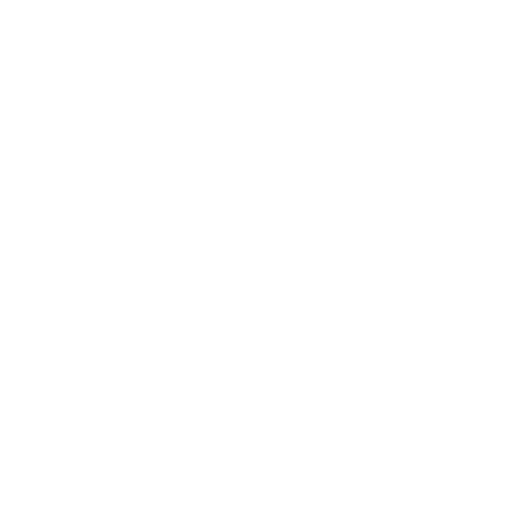
<source format=gbr>
%TF.GenerationSoftware,Altium Limited,Altium Designer,24.7.2 (38)*%
G04 Layer_Color=255*
%FSLAX43Y43*%
%MOMM*%
%TF.SameCoordinates,179ED5A7-1FD7-47B0-8EB6-D2B1FD869DB5*%
%TF.FilePolarity,Positive*%
%TF.FileFunction,Pads,Top*%
%TF.Part,Single*%
G01*
G75*
%TA.AperFunction,SMDPad,CuDef*%
%ADD10C,0.100*%
D10*
X37997Y14841D02*
D03*
Y35841D02*
D03*
X17025Y56841D02*
D03*
X16997Y35841D02*
D03*
Y14841D02*
D03*
X58997Y56841D02*
D03*
Y14841D02*
D03*
Y35841D02*
D03*
%TF.MD5,b2fb830445e4baeec3ff8bffa24c60fb*%
M02*

</source>
